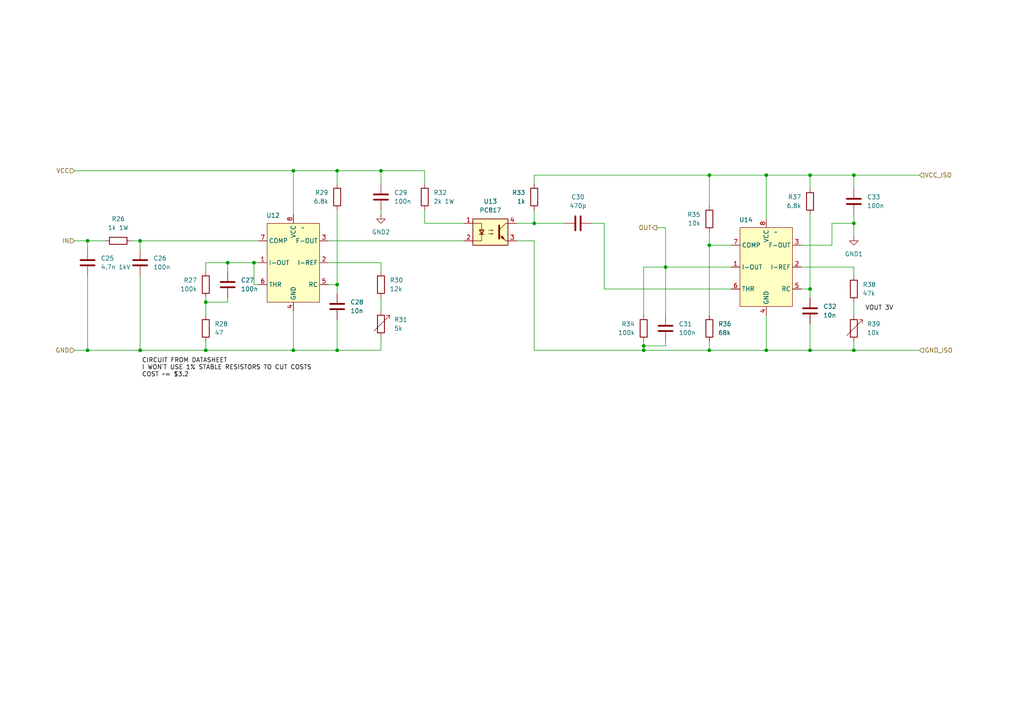
<source format=kicad_sch>
(kicad_sch (version 20231120) (generator "eeschema") (generator_version "8.0")
  (paper "A4")
  (lib_symbols
    (symbol "Device:C" (pin_numbers hide) (pin_names (offset 0.254))
      (property "Reference" "C" (at 0.635 2.54 0))
      (property "Value" "C" (at 0.635 -2.54 0))
      (symbol "C_0_1"
        (polyline (pts (xy -2.032 -0.762) (xy 2.032 -0.762)) (stroke (width 0.508)))
        (polyline (pts (xy -2.032 0.762) (xy 2.032 0.762)) (stroke (width 0.508)))
      )
      (symbol "C_1_1"
        (pin passive line (at 0 3.81 270) (length 2.794) (name "~") (number "1"))
        (pin passive line (at 0 -3.81 90) (length 2.794) (name "~") (number "2"))
      )
    )
    (symbol "Device:R" (pin_numbers hide) (pin_names (offset 0))
      (property "Reference" "R" (at 2.032 0 90))
      (property "Value" "R" (at 0 0 90))
      (symbol "R_0_1"
        (rectangle (start -1.016 -2.54) (end 1.016 2.54) (stroke (width 0.254)))
      )
      (symbol "R_1_1"
        (pin passive line (at 0 3.81 270) (length 1.27) (name "~") (number "1"))
        (pin passive line (at 0 -3.81 90) (length 1.27) (name "~") (number "2"))
      )
    )
    (symbol "Device:R_Variable" (pin_numbers hide) (pin_names (offset 0))
      (property "Reference" "R" (at 2.54 -2.54 90))
      (property "Value" "R_Variable" (at -2.54 -1.27 90))
      (symbol "R_Variable_0_1"
        (rectangle (start -1.016 -2.54) (end 1.016 2.54) (stroke (width 0.254)))
        (polyline (pts (xy 2.54 1.524) (xy 2.54 2.54) (xy 1.524 2.54) (xy 2.54 2.54) (xy -2.032 -2.032)))
      )
      (symbol "R_Variable_1_1"
        (pin passive line (at 0 3.81 270) (length 1.27) (name "~") (number "1"))
        (pin passive line (at 0 -3.81 90) (length 1.27) (name "~") (number "2"))
      )
    )
    (symbol "Isolator:PC817" (pin_names (offset 1.016))
      (property "Reference" "U" (at -5.08 5.08 0))
      (property "Value" "PC817" (at 0 5.08 0))
      (symbol "PC817_0_1"
        (rectangle (start -5.08 3.81) (end 5.08 -3.81) (stroke (width 0.254)) (fill (type background)))
        (polyline (pts (xy -3.175 -0.635) (xy -1.905 -0.635)) (stroke (width 0.254)))
        (polyline (pts (xy 2.54 0.635) (xy 4.445 2.54)))
        (polyline (pts (xy 4.445 -2.54) (xy 2.54 -0.635)) (fill (type outline)))
        (polyline (pts (xy 4.445 -2.54) (xy 5.08 -2.54)))
        (polyline (pts (xy 4.445 2.54) (xy 5.08 2.54)))
        (polyline (pts (xy -5.08 2.54) (xy -2.54 2.54) (xy -2.54 -0.635)))
        (polyline (pts (xy -2.54 -0.635) (xy -2.54 -2.54) (xy -5.08 -2.54)))
        (polyline (pts (xy 2.54 1.905) (xy 2.54 -1.905) (xy 2.54 -1.905)) (stroke (width 0.508)))
        (polyline (pts (xy -2.54 -0.635) (xy -3.175 0.635) (xy -1.905 0.635) (xy -2.54 -0.635)) (stroke (width 0.254)))
        (polyline (pts (xy -0.508 -0.508) (xy 0.762 -0.508) (xy 0.381 -0.635) (xy 0.381 -0.381) (xy 0.762 -0.508)))
        (polyline (pts (xy -0.508 0.508) (xy 0.762 0.508) (xy 0.381 0.381) (xy 0.381 0.635) (xy 0.762 0.508)))
        (polyline (pts (xy 3.048 -1.651) (xy 3.556 -1.143) (xy 4.064 -2.159) (xy 3.048 -1.651) (xy 3.048 -1.651)) (fill (type outline)))
      )
      (symbol "PC817_1_1"
        (pin passive line (at -7.62 2.54 0) (length 2.54) (name "~") (number "1"))
        (pin passive line (at -7.62 -2.54 0) (length 2.54) (name "~") (number "2"))
        (pin passive line (at 7.62 -2.54 180) (length 2.54) (name "~") (number "3"))
        (pin passive line (at 7.62 2.54 180) (length 2.54) (name "~") (number "4"))
      )
    )
    (symbol "lira-plc:LM331"
      (property "Reference" "U" (at -7.112 13.208 0))
      (symbol "LM331_1_1"
        (rectangle (start -7.62 11.43) (end 7.62 -11.43) (fill (type background)))
        (pin passive line (at -10.16 0 0) (length 2.54) (name "I-OUT") (number "1"))
        (pin passive line (at 10.16 0 180) (length 2.54) (name "I-REF") (number "2"))
        (pin passive line (at 10.16 6.35 180) (length 2.54) (name "F-OUT") (number "3"))
        (pin power_in line (at 0 -13.97 90) (length 2.54) (name "GND") (number "4"))
        (pin passive line (at 10.16 -6.35 180) (length 2.54) (name "RC") (number "5"))
        (pin passive line (at -10.16 -6.35 0) (length 2.54) (name "THR") (number "6"))
        (pin input line (at -10.16 6.35 0) (length 2.54) (name "COMP") (number "7"))
        (pin power_in line (at 0 13.97 270) (length 2.54) (name "VCC") (number "8"))
      )
    )
    (symbol "power:GND1" (power) (pin_numbers hide) (pin_names (offset 0) hide)
      (property "Value" "GND1" (at 0 -3.81 0))
      (symbol "GND1_0_1"
        (polyline (pts (xy 0 0) (xy 0 -1.27) (xy 1.27 -1.27) (xy 0 -2.54) (xy -1.27 -1.27) (xy 0 -1.27)))
      )
      (symbol "GND1_1_1"
        (pin power_in line (at 0 0 270) (length 0) (name "~") (number "1"))
      )
    )
    (symbol "power:GND2" (power) (pin_numbers hide) (pin_names (offset 0) hide)
      (property "Value" "GND2" (at 0 -3.81 0))
      (symbol "GND2_0_1"
        (polyline (pts (xy 0 0) (xy 0 -1.27) (xy 1.27 -1.27) (xy 0 -2.54) (xy -1.27 -1.27) (xy 0 -1.27)))
      )
      (symbol "GND2_1_1"
        (pin power_in line (at 0 0 270) (length 0) (name "~") (number "1"))
      )
    )
  )
  (junction (at 154.94 64.77))
  (junction (at 85.09 49.53))
  (junction (at 234.95 101.6))
  (junction (at 186.69 101.6))
  (junction (at 222.25 50.8))
  (junction (at 205.74 50.8))
  (junction (at 186.69 100.33))
  (junction (at 66.04 76.2))
  (junction (at 40.64 101.6))
  (junction (at 97.79 82.55))
  (junction (at 59.69 87.63))
  (junction (at 85.09 101.6))
  (junction (at 234.95 83.82))
  (junction (at 247.65 101.6))
  (junction (at 73.66 76.2))
  (junction (at 59.69 101.6))
  (junction (at 110.49 49.53))
  (junction (at 25.4 101.6))
  (junction (at 205.74 101.6))
  (junction (at 247.65 64.77))
  (junction (at 193.04 77.47))
  (junction (at 222.25 101.6))
  (junction (at 205.74 71.12))
  (junction (at 247.65 50.8))
  (junction (at 234.95 50.8))
  (junction (at 40.64 69.85))
  (junction (at 97.79 101.6))
  (junction (at 25.4 69.85))
  (junction (at 97.79 49.53))
  (wire (pts (xy 25.4 69.85) (xy 25.4 72.39)))
  (wire (pts (xy 222.25 101.6) (xy 205.74 101.6)))
  (wire (pts (xy 66.04 76.2) (xy 66.04 78.74)))
  (wire (pts (xy 186.69 101.6) (xy 154.94 101.6)))
  (wire (pts (xy 40.64 69.85) (xy 38.1 69.85)))
  (wire (pts (xy 110.49 97.79) (xy 110.49 101.6)))
  (wire (pts (xy 234.95 83.82) (xy 234.95 86.36)))
  (wire (pts (xy 247.65 77.47) (xy 232.41 77.47)))
  (wire (pts (xy 73.66 82.55) (xy 73.66 76.2)))
  (wire (pts (xy 110.49 86.36) (xy 110.49 90.17)))
  (wire (pts (xy 247.65 64.77) (xy 247.65 68.58)))
  (wire (pts (xy 97.79 82.55) (xy 97.79 85.09)))
  (wire (pts (xy 110.49 53.34) (xy 110.49 49.53)))
  (wire (pts (xy 241.3 64.77) (xy 247.65 64.77)))
  (wire (pts (xy 95.25 82.55) (xy 97.79 82.55)))
  (wire (pts (xy 97.79 49.53) (xy 85.09 49.53)))
  (wire (pts (xy 175.26 64.77) (xy 171.45 64.77)))
  (wire (pts (xy 190.5 66.04) (xy 193.04 66.04)))
  (wire (pts (xy 186.69 77.47) (xy 186.69 91.44)))
  (wire (pts (xy 97.79 49.53) (xy 110.49 49.53)))
  (wire (pts (xy 123.19 53.34) (xy 123.19 49.53)))
  (wire (pts (xy 110.49 78.74) (xy 110.49 76.2)))
  (wire (pts (xy 25.4 80.01) (xy 25.4 101.6)))
  (wire (pts (xy 241.3 71.12) (xy 241.3 64.77)))
  (wire (pts (xy 66.04 76.2) (xy 59.69 76.2)))
  (wire (pts (xy 205.74 71.12) (xy 205.74 91.44)))
  (wire (pts (xy 247.65 80.01) (xy 247.65 77.47)))
  (wire (pts (xy 59.69 99.06) (xy 59.69 101.6)))
  (wire (pts (xy 110.49 49.53) (xy 123.19 49.53)))
  (wire (pts (xy 97.79 53.34) (xy 97.79 49.53)))
  (wire (pts (xy 232.41 71.12) (xy 241.3 71.12)))
  (wire (pts (xy 247.65 101.6) (xy 234.95 101.6)))
  (wire (pts (xy 234.95 62.23) (xy 234.95 83.82)))
  (wire (pts (xy 149.86 69.85) (xy 154.94 69.85)))
  (wire (pts (xy 193.04 66.04) (xy 193.04 77.47)))
  (wire (pts (xy 59.69 86.36) (xy 59.69 87.63)))
  (wire (pts (xy 21.59 49.53) (xy 85.09 49.53)))
  (wire (pts (xy 40.64 101.6) (xy 59.69 101.6)))
  (wire (pts (xy 66.04 86.36) (xy 66.04 87.63)))
  (wire (pts (xy 234.95 54.61) (xy 234.95 50.8)))
  (wire (pts (xy 205.74 99.06) (xy 205.74 101.6)))
  (wire (pts (xy 186.69 100.33) (xy 186.69 101.6)))
  (wire (pts (xy 25.4 101.6) (xy 40.64 101.6)))
  (wire (pts (xy 21.59 101.6) (xy 25.4 101.6)))
  (wire (pts (xy 74.93 76.2) (xy 73.66 76.2)))
  (wire (pts (xy 175.26 83.82) (xy 175.26 64.77)))
  (wire (pts (xy 234.95 101.6) (xy 222.25 101.6)))
  (wire (pts (xy 193.04 77.47) (xy 193.04 91.44)))
  (wire (pts (xy 110.49 76.2) (xy 95.25 76.2)))
  (wire (pts (xy 212.09 83.82) (xy 175.26 83.82)))
  (wire (pts (xy 40.64 72.39) (xy 40.64 69.85)))
  (wire (pts (xy 25.4 69.85) (xy 30.48 69.85)))
  (wire (pts (xy 97.79 101.6) (xy 110.49 101.6)))
  (wire (pts (xy 95.25 69.85) (xy 134.62 69.85)))
  (wire (pts (xy 234.95 50.8) (xy 247.65 50.8)))
  (wire (pts (xy 205.74 67.31) (xy 205.74 71.12)))
  (wire (pts (xy 123.19 60.96) (xy 123.19 64.77)))
  (wire (pts (xy 193.04 77.47) (xy 212.09 77.47)))
  (wire (pts (xy 97.79 92.71) (xy 97.79 101.6)))
  (wire (pts (xy 59.69 76.2) (xy 59.69 78.74)))
  (wire (pts (xy 85.09 101.6) (xy 97.79 101.6)))
  (wire (pts (xy 59.69 101.6) (xy 85.09 101.6)))
  (wire (pts (xy 123.19 64.77) (xy 134.62 64.77)))
  (wire (pts (xy 154.94 69.85) (xy 154.94 101.6)))
  (wire (pts (xy 193.04 100.33) (xy 186.69 100.33)))
  (wire (pts (xy 154.94 50.8) (xy 205.74 50.8)))
  (wire (pts (xy 85.09 90.17) (xy 85.09 101.6)))
  (wire (pts (xy 222.25 91.44) (xy 222.25 101.6)))
  (wire (pts (xy 247.65 99.06) (xy 247.65 101.6)))
  (wire (pts (xy 66.04 87.63) (xy 59.69 87.63)))
  (wire (pts (xy 154.94 50.8) (xy 154.94 53.34)))
  (wire (pts (xy 97.79 60.96) (xy 97.79 82.55)))
  (wire (pts (xy 205.74 59.69) (xy 205.74 50.8)))
  (wire (pts (xy 40.64 69.85) (xy 74.93 69.85)))
  (wire (pts (xy 266.7 101.6) (xy 247.65 101.6)))
  (wire (pts (xy 205.74 50.8) (xy 222.25 50.8)))
  (wire (pts (xy 66.04 76.2) (xy 73.66 76.2)))
  (wire (pts (xy 85.09 49.53) (xy 85.09 62.23)))
  (wire (pts (xy 247.65 50.8) (xy 266.7 50.8)))
  (wire (pts (xy 149.86 64.77) (xy 154.94 64.77)))
  (wire (pts (xy 59.69 87.63) (xy 59.69 91.44)))
  (wire (pts (xy 74.93 82.55) (xy 73.66 82.55)))
  (wire (pts (xy 234.95 50.8) (xy 222.25 50.8)))
  (wire (pts (xy 247.65 54.61) (xy 247.65 50.8)))
  (wire (pts (xy 232.41 83.82) (xy 234.95 83.82)))
  (wire (pts (xy 247.65 87.63) (xy 247.65 91.44)))
  (wire (pts (xy 110.49 60.96) (xy 110.49 62.23)))
  (wire (pts (xy 193.04 99.06) (xy 193.04 100.33)))
  (wire (pts (xy 222.25 50.8) (xy 222.25 63.5)))
  (wire (pts (xy 186.69 99.06) (xy 186.69 100.33)))
  (wire (pts (xy 154.94 64.77) (xy 154.94 60.96)))
  (wire (pts (xy 205.74 71.12) (xy 212.09 71.12)))
  (wire (pts (xy 154.94 64.77) (xy 163.83 64.77)))
  (wire (pts (xy 205.74 101.6) (xy 186.69 101.6)))
  (wire (pts (xy 247.65 62.23) (xy 247.65 64.77)))
  (wire (pts (xy 186.69 77.47) (xy 193.04 77.47)))
  (wire (pts (xy 234.95 93.98) (xy 234.95 101.6)))
  (wire (pts (xy 40.64 80.01) (xy 40.64 101.6)))
  (wire (pts (xy 21.59 69.85) (xy 25.4 69.85)))
  (text "VOUT 3V" (at 250.952 89.408 0) (effects (font (size 1.27 1.27)) (justify left)))
  (text "CIRCUIT FROM DATASHEET\nI WON`T USE 1% STABLE RESISTORS TO CUT COSTS\nCOST ~= $3.2" (at 41.148 106.68 0) (effects (font (size 1.27 1.27)) (justify left)))
  (hierarchical_label "GND_ISO" (shape input) (at 266.7 101.6 0))
  (hierarchical_label "IN" (shape input) (at 21.59 69.85 180))
  (hierarchical_label "VCC" (shape input) (at 21.59 49.53 180))
  (hierarchical_label "OUT" (shape output) (at 190.5 66.04 180))
  (hierarchical_label "VCC_ISO" (shape input) (at 266.7 50.8 0))
  (hierarchical_label "GND" (shape input) (at 21.59 101.6 180))
  (symbol (lib_id "Device:R") (at 123.19 57.15 0) (unit 1)
    (property "Reference" "R32" (at 125.73 55.8799 0) (effects (justify left)))
    (property "Value" "2k 1W" (at 125.73 58.4199 0) (effects (justify left)))
    (property "Description" "Resistor" (effects (hide yes)))
  )
  (symbol (lib_id "Device:C") (at 25.4 76.2 0) (unit 1)
    (property "Reference" "C25" (at 29.21 74.9299 0) (effects (justify left)))
    (property "Value" "4.7n 1kV" (at 29.21 77.4699 0) (effects (justify left)))
    (property "Description" "Unpolarized capacitor" (effects (hide yes)))
  )
  (symbol (lib_id "Device:R_Variable") (at 110.49 93.98 0) (unit 1)
    (property "Reference" "R31" (at 114.3 92.7099 0) (effects (justify left)))
    (property "Value" "5k" (at 114.3 95.2499 0) (effects (justify left)))
    (property "Description" "Variable resistor" (effects (hide yes)))
  )
  (symbol (lib_id "Device:C") (at 40.64 76.2 0) (unit 1)
    (property "Reference" "C26" (at 44.45 74.9299 0) (effects (justify left)))
    (property "Value" "100n" (at 44.45 77.4699 0) (effects (justify left)))
    (property "Description" "Unpolarized capacitor" (effects (hide yes)))
  )
  (symbol (lib_id "Device:R") (at 59.69 82.55 180) (unit 1)
    (property "Reference" "R27" (at 57.15 81.2799 0) (effects (justify left)))
    (property "Value" "100k" (at 57.15 83.8199 0) (effects (justify left)))
    (property "Description" "Resistor" (effects (hide yes)))
  )
  (symbol (lib_id "Device:R") (at 205.74 63.5 180) (unit 1)
    (property "Reference" "R35" (at 203.2 62.2299 0) (effects (justify left)))
    (property "Value" "10k" (at 203.2 64.7699 0) (effects (justify left)))
    (property "Description" "Resistor" (effects (hide yes)))
  )
  (symbol (lib_id "Device:R") (at 205.74 95.25 180) (unit 1)
    (property "Reference" "R36" (at 208.28 93.9799 0) (effects (justify right)))
    (property "Value" "68k" (at 208.28 96.5199 0) (effects (justify right)))
    (property "Description" "Resistor" (effects (hide yes)))
  )
  (symbol (lib_id "Device:R") (at 59.69 95.25 180) (unit 1)
    (property "Reference" "R28" (at 62.23 93.9799 0) (effects (justify right)))
    (property "Value" "47" (at 62.23 96.5199 0) (effects (justify right)))
    (property "Description" "Resistor" (effects (hide yes)))
  )
  (symbol (lib_id "Device:C") (at 167.64 64.77 90) (unit 1)
    (property "Reference" "C30" (at 167.64 57.15 90))
    (property "Value" "470p" (at 167.64 59.69 90))
    (property "Description" "Unpolarized capacitor" (effects (hide yes)))
  )
  (symbol (lib_id "Device:C") (at 193.04 95.25 0) (unit 1)
    (property "Reference" "C31" (at 196.85 93.9799 0) (effects (justify left)))
    (property "Value" "100n" (at 196.85 96.5199 0) (effects (justify left)))
    (property "Description" "Unpolarized capacitor" (effects (hide yes)))
  )
  (symbol (lib_id "lira-plc:LM331") (at 85.09 76.2 0) (unit 1)
    (property "Reference" "U12" (at 77.216 62.484 0) (effects (justify left)))
    (property "Value" "~" (at 87.2841 66.04 0) (effects (justify left)))
  )
  (symbol (lib_id "Device:C") (at 234.95 90.17 180) (unit 1)
    (property "Reference" "C32" (at 238.76 88.8999 0) (effects (justify right)))
    (property "Value" "10n" (at 238.76 91.4399 0) (effects (justify right)))
    (property "Description" "Unpolarized capacitor" (effects (hide yes)))
  )
  (symbol (lib_id "Device:R") (at 186.69 95.25 180) (unit 1)
    (property "Reference" "R34" (at 184.15 93.9799 0) (effects (justify left)))
    (property "Value" "100k" (at 184.15 96.5199 0) (effects (justify left)))
    (property "Description" "Resistor" (effects (hide yes)))
  )
  (symbol (lib_id "Device:R") (at 247.65 83.82 0) (unit 1)
    (property "Reference" "R38" (at 250.19 82.5499 0) (effects (justify left)))
    (property "Value" "47k" (at 250.19 85.0899 0) (effects (justify left)))
    (property "Description" "Resistor" (effects (hide yes)))
  )
  (symbol (lib_id "Device:R") (at 234.95 58.42 0) (unit 1)
    (property "Reference" "R37" (at 232.41 57.1499 0) (effects (justify right)))
    (property "Value" "6.8k" (at 232.41 59.6899 0) (effects (justify right)))
    (property "Description" "Resistor" (effects (hide yes)))
  )
  (symbol (lib_id "Device:C") (at 97.79 88.9 180) (unit 1)
    (property "Reference" "C28" (at 101.6 87.6299 0) (effects (justify right)))
    (property "Value" "10n" (at 101.6 90.1699 0) (effects (justify right)))
    (property "Description" "Unpolarized capacitor" (effects (hide yes)))
  )
  (symbol (lib_id "Device:R_Variable") (at 247.65 95.25 0) (unit 1)
    (property "Reference" "R39" (at 251.46 93.9799 0) (effects (justify left)))
    (property "Value" "10k" (at 251.46 96.5199 0) (effects (justify left)))
    (property "Description" "Variable resistor" (effects (hide yes)))
  )
  (symbol (lib_id "power:GND2") (at 110.49 62.23 0) (unit 1)
    (property "Reference" "#PWR029" (effects (hide yes)))
    (property "Value" "GND2" (at 110.49 67.31 0))
    (property "Description" "Power symbol creates a global label with name \"GND2\" , ground" (effects (hide yes)))
  )
  (symbol (lib_id "Device:R") (at 154.94 57.15 180) (unit 1)
    (property "Reference" "R33" (at 152.4 55.8799 0) (effects (justify left)))
    (property "Value" "1k" (at 152.4 58.4199 0) (effects (justify left)))
    (property "Description" "Resistor" (effects (hide yes)))
  )
  (symbol (lib_id "Device:C") (at 66.04 82.55 0) (unit 1)
    (property "Reference" "C27" (at 69.85 81.2799 0) (effects (justify left)))
    (property "Value" "100n" (at 69.85 83.8199 0) (effects (justify left)))
    (property "Description" "Unpolarized capacitor" (effects (hide yes)))
  )
  (symbol (lib_id "Isolator:PC817") (at 142.24 67.31 0) (unit 1)
    (property "Reference" "U13" (at 142.24 58.42 0))
    (property "Value" "PC817" (at 142.24 60.96 0))
    (property "Footprint" "Package_DIP:DIP-4_W7.62mm" (effects (hide yes)))
    (property "Datasheet" "http://www.soselectronic.cz/a_info/resource/d/pc817.pdf" (effects (hide yes)))
    (property "Description" "DC Optocoupler, Vce 35V, CTR 50-300%, DIP-4" (effects (hide yes)))
  )
  (symbol (lib_id "Device:R") (at 97.79 57.15 0) (unit 1)
    (property "Reference" "R29" (at 95.25 55.8799 0) (effects (justify right)))
    (property "Value" "6.8k" (at 95.25 58.4199 0) (effects (justify right)))
    (property "Description" "Resistor" (effects (hide yes)))
  )
  (symbol (lib_id "Device:R") (at 34.29 69.85 90) (unit 1)
    (property "Reference" "R26" (at 34.29 63.5 90))
    (property "Value" "1k 1W" (at 34.29 66.04 90))
    (property "Description" "Resistor" (effects (hide yes)))
  )
  (symbol (lib_id "power:GND1") (at 247.65 68.58 0) (unit 1)
    (property "Reference" "#PWR030" (effects (hide yes)))
    (property "Value" "GND1" (at 247.65 73.66 0))
    (property "Description" "Power symbol creates a global label with name \"GND1\" , ground" (effects (hide yes)))
  )
  (symbol (lib_id "lira-plc:LM331") (at 222.25 77.47 0) (unit 1)
    (property "Reference" "U14" (at 214.376 63.754 0) (effects (justify left)))
    (property "Value" "~" (at 224.4441 67.31 0) (effects (justify left)))
  )
  (symbol (lib_id "Device:R") (at 110.49 82.55 0) (unit 1)
    (property "Reference" "R30" (at 113.03 81.2799 0) (effects (justify left)))
    (property "Value" "12k" (at 113.03 83.8199 0) (effects (justify left)))
    (property "Description" "Resistor" (effects (hide yes)))
  )
  (symbol (lib_id "Device:C") (at 247.65 58.42 180) (unit 1)
    (property "Reference" "C33" (at 251.46 57.1499 0) (effects (justify right)))
    (property "Value" "100n" (at 251.46 59.6899 0) (effects (justify right)))
    (property "Description" "Unpolarized capacitor" (effects (hide yes)))
  )
  (symbol (lib_id "Device:C") (at 110.49 57.15 180) (unit 1)
    (property "Reference" "C29" (at 114.3 55.8799 0) (effects (justify right)))
    (property "Value" "100n" (at 114.3 58.4199 0) (effects (justify right)))
    (property "Description" "Unpolarized capacitor" (effects (hide yes)))
  )
)
</source>
